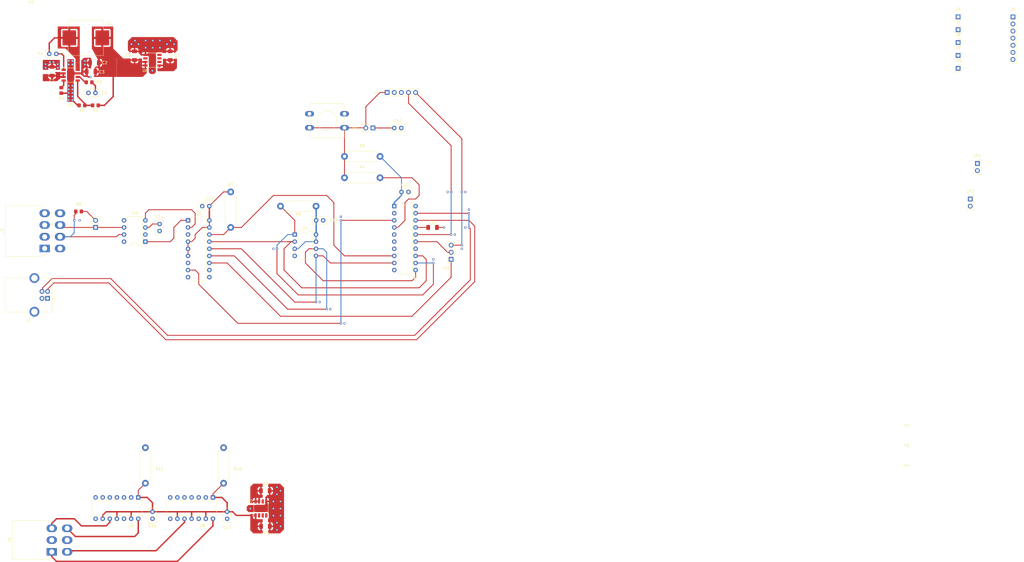
<source format=kicad_pcb>
(kicad_pcb (version 20241229) (generator "pcbnew") (generator_version "9.0")
  (layers (0 "F.Cu" signal) (4 "In1.Cu" signal) (6 "In2.Cu" signal) (2 "B.Cu" power) (13 "F.Paste" user) (15 "B.Paste" user) (5 "F.SilkS" user "F.Silkscreen") (7 "B.SilkS" user "B.Silkscreen") (1 "F.Mask" user) (3 "B.Mask" user) (25 "Edge.Cuts" user))
  (net 0 "")
  (net 1 "+12V")
  (net 2 "GND")
  (net 3 "+6.5V")
  (net 4 "Net-(U5-BST)")
  (net 5 "Net-(U5-SW)")
  (net 6 "Net-(C5-Pad2)")
  (net 7 "+5V")
  (net 8 "+5VA")
  (net 9 "Net-(U1-Vusb3v3)")
  (net 10 "Net-(JP1-A)")
  (net 12 "/USB_D+")
  (net 13 "VBUS")
  (net 15 "/USB_D-")
  (net 16 "/CAN_L")
  (net 17 "/Tach")
  (net 18 "/Speed")
  (net 19 "/CAN_H")
  (net 20 "/AN1")
  (net 21 "/AN4")
  (net 22 "/AN2")
  (net 23 "/AN3")
  (net 24 "/ICSP_~{MCLR}")
  (net 25 "/ICSP_CLK")
  (net 26 "/ICSP_DAT")
  (net 27 "/DAC1_~{CS}")
  (net 28 "/MISO")
  (net 29 "/ROM_~{CS}")
  (net 30 "/DAC2_~{CS}")
  (net 31 "/SCK")
  (net 32 "/MOSI")
  (net 33 "/CAN_~{CS}")
  (net 34 "/INT")
  (net 35 "Net-(JP5-B)")
  (net 36 "Net-(U5-FB)")
  (net 37 "Net-(U5-RT{slash}CLK)")
  (net 38 "/~{MCLR}")
  (net 39 "Net-(U5-COMP)")
  (net 41 "/CLK")
  (net 42 "/CAN_RX")
  (net 47 "/CAN_TX")
  (net 66 "/INT{slash}ICSP_CLK")
  (footprint "Connector_PinSocket_2.54mm:PinSocket_1x02_P2.54mm_Vertical" (layer "F.Cu") (at 55.88 134.62 180)
    (property "Reference" "JP5" (hide yes))
    (property "Value" "Term")
  )
  (footprint "Package_DIP:DIP-14_W7.62mm" (layer "F.Cu") (at 97.79 231.14 -90)
    (property "Reference" "U8")
    (property "Value" "MCP4912" (hide yes))
  )
  (footprint "Capacitor_THT:C_Disc_D5.0mm_W2.5mm_P2.50mm" (layer "F.Cu") (at 137.16 132.08 180)
    (property "Reference" "C15")
    (property "Value" "100n" (hide yes))
  )
  (footprint "Connector_PinSocket_2.54mm:PinSocket_1x02_P2.54mm_Vertical" (layer "F.Cu") (at 368.3 124.46)
    (property "Reference" "JP3")
    (property "Value" "USB_PWR")
  )
  (footprint "Capacitor_THT:C_Disc_D5.0mm_W2.5mm_P2.50mm" (layer "F.Cu") (at 93.98 127)
    (property "Reference" "C13")
    (property "Value" "100n" (hide yes))
  )
  (footprint "Connector_PinHeader_2.54mm:PinHeader_1x05_P2.54mm_Vertical" (layer "F.Cu") (at 160.02 86.36 90)
    (property "Reference" "J4")
    (property "Value" "ICSP")
  )
  (footprint "Capacitor_THT:C_Disc_D5.0mm_W2.5mm_P2.50mm" (layer "F.Cu") (at 76.2 236.26 -90)
    (property "Reference" "C16")
    (property "Value" "100n" (hide yes))
  )
  (footprint "Connector_PinSocket_2.54mm:PinSocket_1x03_P2.54mm_Vertical" (layer "F.Cu") (at 182.88 146.035 180)
    (property "Reference" "JP2")
    (property "Value" "Prog")
  )
  (footprint "Connector_PinSocket_2.54mm:PinSocket_1x07_P2.54mm_Vertical" (layer "F.Cu") (at 383.54 59.33)
    (property "Reference" "J5")
    (property "Value" "SPI debug")
  )
  (footprint "Resistor_SMD:R_0805_2012Metric_Pad1.20x1.40mm_HandSolder" (layer "F.Cu") (at 49.8 128.905 180)
    (property "Reference" "R8")
    (property "Value" "120" (hide yes))
  )
  (footprint "Resistor_SMD:R_0805_2012Metric_Pad1.20x1.40mm_HandSolder" (layer "F.Cu") (at 55.8165 90.9705)
    (property "Reference" "R1")
    (property "Value" "73k2" (hide yes))
  )
  (footprint "Connector_PinSocket_2.54mm:PinSocket_1x02_P2.54mm_Vertical" (layer "F.Cu") (at 154.94 99.06 -90)
    (property "Reference" "JP1")
    (property "Value" "~{Prog}")
  )
  (footprint "Capacitor_THT:C_Disc_D5.0mm_W2.5mm_P2.50mm" (layer "F.Cu") (at 39.3265 72.5555)
    (property "Reference" "C4")
    (property "Value" "100n" (hide yes))
  )
  (footprint "Capacitor_THT:C_Disc_D5.0mm_W2.5mm_P2.50mm" (layer "F.Cu") (at 162.56 99.06)
    (property "Reference" "C12")
    (property "Value" "100n" (hide yes))
  )
  (footprint "Capacitor_SMD:C_1206_3216Metric_Pad1.33x1.80mm_HandSolder" (layer "F.Cu") (at 176.2375 134.62)
    (property "Reference" "C11")
    (property "Value" "1u" (hide yes))
  )
  (footprint "Package_DIP:DIP-8_W7.62mm" (layer "F.Cu") (at 127 137.16)
    (property "Reference" "U4")
    (property "Value" "25LC160C" (hide yes))
  )
  (footprint "Resistor_THT:R_Axial_DIN0411_L9.9mm_D3.6mm_P12.70mm_Horizontal" (layer "F.Cu") (at 101.6 226.06 90)
    (property "Reference" "R10")
    (property "Value" "10k" (hide yes))
  )
  (footprint "Capacitor_SMD:C_1206_3216Metric_Pad1.33x1.80mm_HandSolder" (layer "F.Cu") (at 69.7865 73.1905 90)
    (property "Reference" "C6")
    (property "Value" "22u" (hide yes))
  )
  (footprint "Connector_PinSocket_2.54mm:PinSocket_1x01_P2.54mm_Vertical" (layer "F.Cu") (at 363.97 73.13)
    (property "Reference" "J9")
    (property "Value" "Conn_01x01_Socket")
  )
  (footprint "Capacitor_THT:C_Disc_D5.0mm_W2.5mm_P2.50mm" (layer "F.Cu") (at 53.3165 86.5255)
    (property "Reference" "C5")
    (property "Value" "100n" (hide yes))
  )
  (footprint "Resistor_SMD:R_0805_2012Metric_Pad1.20x1.40mm_HandSolder" (layer "F.Cu") (at 43.6245 85.6205 -90)
    (property "Reference" "R3")
    (property "Value" "50k" (hide yes))
  )
  (footprint "Button_Switch_THT:SW_PUSH-12mm" (layer "F.Cu") (at 132.28 93.98)
    (property "Reference" "SW1" (hide yes))
    (property "Value" "Reset")
  )
  (footprint "Resistor_SMD:R_0805_2012Metric_Pad1.20x1.40mm_HandSolder" (layer "F.Cu") (at 51.0065 90.9705)
    (property "Reference" "R2")
    (property "Value" "10k" (hide yes))
  )
  (footprint "Connector_PinSocket_2.54mm:PinSocket_1x01_P2.54mm_Vertical" (layer "F.Cu") (at 363.97 63.93)
    (property "Reference" "J7")
    (property "Value" "Conn_01x01_Socket")
  )
  (footprint "Connector_Molex:Molex_Mini-Fit_Jr_5569-06A2_2x03_P4.20mm_Horizontal" (layer "F.Cu") (at 40.22 250.58 90)
    (property "Reference" "J3")
    (property "Value" "Analog")
  )
  (footprint "Resistor_THT:R_Axial_DIN0411_L9.9mm_D3.6mm_P12.70mm_Horizontal" (layer "F.Cu") (at 73.66 226.06 90)
    (property "Reference" "R11")
    (property "Value" "10k" (hide yes))
  )
  (footprint "Connector_Molex:Molex_Mini-Fit_Jr_5569-08A2_2x04_P4.20mm_Horizontal" (layer "F.Cu") (at 37.68 142.14 90)
    (property "Reference" "J2")
    (property "Value" "Conn_02x04_Top_Bottom" (hide yes))
  )
  (footprint "Capacitor_THT:C_Disc_D5.0mm_W2.5mm_P2.50mm" (layer "F.Cu") (at 78.74 135.89 90)
    (property "Reference" "C14")
    (property "Value" "100n" (hide yes))
  )
  (footprint "Resistor_SMD:R_0805_2012Metric_Pad1.20x1.40mm_HandSolder" (layer "F.Cu") (at 53.5465 82.7155 180)
    (property "Reference" "R5")
    (property "Value" "12k" (hide yes))
  )
  (footprint "Package_DIP:DIP-14_W7.62mm" (layer "F.Cu") (at 71.12 231.14 -90)
    (property "Reference" "U9")
    (property "Value" "MCP4912" (hide yes))
  )
  (footprint "Connector_USB:USB_B_OST_USB-B1HSxx_Horizontal" (layer "F.Cu") (at 38.735 159.98 180)
    (property "Reference" "J1")
    (property "Value" "USB_B")
  )
  (footprint "Capacitor_SMD:C_1206_3216Metric_Pad1.33x1.80mm_HandSolder" (layer "F.Cu") (at 116.4975 228.75875)
    (property "Reference" "C8")
    (property "Value" "22u" (hide yes))
  )
  (footprint "MountingHole:MountingHole_3.2mm_M3_DIN965" (layer "F.Cu") (at 345.44 209.22)
    (property "Reference" "H2")
    (property "Value" "MountingHole")
  )
  (footprint "MountingHole:MountingHole_3.2mm_M3_DIN965" (layer "F.Cu") (at 345.44 216.37)
    (property "Reference" "H3")
    (property "Value" "MountingHole")
  )
  (footprint "Package_SO:Diodes_SO-8EP" (layer "F.Cu") (at 114.935 235.06625 90)
    (property "Reference" "U7")
    (property "Value" "AP7375Q" (hide yes))
  )
  (footprint "Connector_PinSocket_2.54mm:PinSocket_1x01_P2.54mm_Vertical" (layer "F.Cu") (at 363.97 77.73)
    (property "Reference" "J10")
    (property "Value" "Conn_01x01_Socket")
  )
  (footprint "MountingHole:MountingHole_3.2mm_M3_DIN965" (layer "F.Cu") (at 345.44 223.52)
    (property "Reference" "H4")
    (property "Value" "MountingHole")
  )
  (footprint "Connector_PinSocket_2.54mm:PinSocket_1x02_P2.54mm_Vertical" (layer "F.Cu") (at 370.84 111.76)
    (property "Reference" "JP4")
    (property "Value" "USB_PWR")
  )
  (footprint "Capacitor_SMD:C_1206_3216Metric_Pad1.33x1.80mm_HandSolder" (layer "F.Cu") (at 40.3225 78.7785 90)
    (property "Reference" "C1")
    (property "Value" "22u" (hide yes))
  )
  (footprint "Connector_PinSocket_2.54mm:PinSocket_1x01_P2.54mm_Vertical" (layer "F.Cu") (at 363.97 59.33)
    (property "Reference" "J6")
    (property "Value" "Conn_01x01_Socket")
  )
  (footprint "Package_DIP:DIP-20_W7.62mm" (layer "F.Cu") (at 162.56 127)
    (property "Reference" "U1")
    (property "Value" "PIC16F1459-IP" (hide yes))
  )
  (footprint "Package_SO:Diodes_SO-8EP" (layer "F.Cu") (at 46.969 80.1755)
    (property "Reference" "U5")
    (property "Value" "AP64100Q" (hide yes))
  )
  (footprint "Resistor_THT:R_Axial_DIN0411_L9.9mm_D3.6mm_P12.70mm_Horizontal" (layer "F.Cu") (at 134.62 127 180)
    (property "Reference" "R9")
    (property "Value" "10k")
  )
  (footprint "Inductor_SMD:L_Wuerth_WE-PD-Typ-LS_Handsoldering" (layer "F.Cu") (at 52.3875 66.8405)
    (property "Reference" "L1")
    (property "Value" "15u" (hide yes))
  )
  (footprint "Package_DIP:DIP-18_W7.62mm" (layer "F.Cu") (at 88.9 132.08)
    (property "Reference" "U2")
    (property "Value" "MCP2515-I/P" (hide yes))
  )
  (footprint "Capacitor_SMD:C_1206_3216Metric_Pad1.33x1.80mm_HandSolder" (layer "F.Cu") (at 54.254 78.9055)
    (property "Reference" "C3")
    (property "Value" "22u" (hide yes))
  )
  (footprint "Resistor_THT:R_Axial_DIN0411_L9.9mm_D3.6mm_P12.70mm_Horizontal" (layer "F.Cu") (at 104.14 121.92 -90)
    (property "Reference" "R7")
    (property "Value" "10k" (hide yes))
  )
  (footprint "Capacitor_THT:C_Disc_D5.0mm_W2.5mm_P2.50mm" (layer "F.Cu") (at 165.14 121.92)
    (property "Reference" "C10")
    (property "Value" "100n" (hide yes))
  )
  (footprint "Capacitor_SMD:C_1206_3216Metric_Pad1.33x1.80mm_HandSolder" (layer "F.Cu") (at 55.474 75.7305)
    (property "Reference" "C2")
    (property "Value" "22u" (hide yes))
  )
  (footprint "Connector_PinSocket_2.54mm:PinSocket_1x01_P2.54mm_Vertical" (layer "F.Cu") (at 363.97 68.53)
    (property "Reference" "J8")
    (property "Value" "Conn_01x01_Socket")
  )
  (footprint "Resistor_THT:R_Axial_DIN0411_L9.9mm_D3.6mm_P12.70mm_Horizontal" (layer "F.Cu") (at 157.48 109.22 180)
    (property "Reference" "R6")
    (property "Value" "10k" (hide yes))
  )
  (footprint "Capacitor_SMD:C_1206_3216Metric_Pad1.33x1.80mm_HandSolder" (layer "F.Cu") (at 116.5475 241.45875)
    (property "Reference" "C9")
    (property "Value" "22u" (hide yes))
  )
  (footprint "MountingHole:MountingHole_3.2mm_M3_DIN965" (layer "F.Cu") (at 32.9565 57.9505)
    (property "Reference" "H1")
    (property "Value" "MountingHole")
  )
  (footprint "Package_DIP:DIP-8_W7.62mm" (layer "F.Cu") (at 73.66 139.7 180)
    (property "Reference" "U3")
    (property "Value" "MCP2561-E-P" (hide yes))
  )
  (footprint "Capacitor_THT:C_Disc_D5.0mm_W2.5mm_P2.50mm" (layer "F.Cu") (at 102.87 236.26 -90)
    (property "Reference" "C17")
    (property "Value" "100n" (hide yes))
  )
  (footprint "Capacitor_SMD:C_1206_3216Metric_Pad1.33x1.80mm_HandSolder" (layer "F.Cu") (at 82.4865 73.1905 90)
    (property "Reference" "C7")
    (property "Value" "22u" (hide yes))
  )
  (footprint "Package_SO:Diodes_SO-8EP" (layer "F.Cu") (at 76.179 74.803 180)
    (property "Reference" "U6")
    (property "Value" "AP7375Q" (hide yes))
  )
  (footprint "Resistor_THT:R_Axial_DIN0411_L9.9mm_D3.6mm_P12.70mm_Horizontal" (layer "F.Cu") (at 144.78 116.84)
    (property "Reference" "R4")
    (property "Value" "220" (hide yes))
  )
  (segment (start 49.4665 90.9705) (end 47.5615 89.0655) (width 0.508) (layer "F.Cu") (net 2))
  (segment (start 54.0385 80.8105) (end 53.2765 80.8105) (width 0.508) (layer "F.Cu") (net 2))
  (segment (start 46.1965 86.6205) (end 46.2915 86.5255) (width 0.508) (layer "F.Cu") (net 2))
  (segment (start 53.2765 80.8105) (end 52.6915 80.2255) (width 0.508) (layer "F.Cu") (net 2))
  (segment (start 52.6915 80.2255) (end 52.6915 78.9055) (width 0.508) (layer "F.Cu") (net 2))
  (segment (start 177.8 134.62) (end 180.34 134.62) (width 0.3048) (layer "F.Cu") (net 2))
  (segment (start 50.0065 90.9705) (end 49.4665 90.9705) (width 0.508) (layer "F.Cu") (net 2))
  (segment (start 43.6245 86.6205) (end 46.1965 86.6205) (width 0.508) (layer "F.Cu") (net 2))
  (via (at 121.92 232.56875) (size 0.8128) (drill 0.4) (layers "F.Cu" "B.Cu") (net 2))
  (via (at 119.38 142.24) (size 0.8128) (drill 0.4) (layers "F.Cu" "B.Cu") (net 2))
  (via (at 180.34 134.62) (size 0.8128) (drill 0.4) (layers "F.Cu" "B.Cu") (net 2))
  (via (at 39.5605 75.4765) (size 0.8128) (drill 0.4) (layers "F.Cu" "B.Cu") (net 2))
  (via (at 47.5615 89.0655) (size 0.8128) (drill 0.4) (layers "F.Cu" "B.Cu") (net 2))
  (via (at 76.29525 70.358) (size 0.8128) (drill 0.4) (layers "F.Cu" "B.Cu") (net 2))
  (via (at 46.2915 89.0655) (size 0.8128) (drill 0.4) (layers "F.Cu" "B.Cu") (net 2))
  (via (at 120.65 227.48875) (size 0.8128) (drill 0.4) (layers "F.Cu" "B.Cu") (net 2))
  (via (at 46.2915 76.3655) (size 0.8128) (drill 0.4) (layers "F.Cu" "B.Cu") (net 2))
  (via (at 68.67525 69.088) (size 0.8128) (drill 0.4) (layers "F.Cu" "B.Cu") (net 2))
  (via (at 119.38 232.56875) (size 0.8128) (drill 0.4) (layers "F.Cu" "B.Cu") (net 2))
  (via (at 78.83525 67.818) (size 0.8128) (drill 0.4) (layers "F.Cu" "B.Cu") (net 2))
  (via (at 46.2915 85.2555) (size 0.8128) (drill 0.4) (layers "F.Cu" "B.Cu") (net 2))
  (via (at 78.83525 70.358) (size 0.8128) (drill 0.4) (layers "F.Cu" "B.Cu") (net 2))
  (via (at 120.65 242.72875) (size 0.8128) (drill 0.4) (layers "F.Cu" "B.Cu") (net 2))
  (via (at 52.0065 75.0955) (size 0.8128) (drill 0.4) (layers "F.Cu" "B.Cu") (net 2))
  (via (at 186.69 142.24) (size 0.8128) (drill 0.4) (layers "F.Cu" "B.Cu") (net 2))
  (via (at 83.91525 69.088) (size 0.8128) (drill 0.4) (layers "F.Cu" "B.Cu") (net 2))
  (via (at 47.5615 76.3655) (size 0.8128) (drill 0.4) (layers "F.Cu" "B.Cu") (net 2))
  (via (at 121.92 241.45875) (size 0.8128) (drill 0.4) (layers "F.Cu" "B.Cu") (net 2))
  (via (at 73.75525 70.358) (size 0.8128) (drill 0.4) (layers "F.Cu" "B.Cu") (net 2))
  (via (at 47.5615 87.7955) (size 0.8128) (drill 0.4) (layers "F.Cu" "B.Cu") (net 2))
  (via (at 120.65 240.18875) (size 0.8128) (drill 0.4) (layers "F.Cu" "B.Cu") (net 2))
  (via (at 144.78 168.91) (size 0.8128) (drill 0.4) (layers "F.Cu" "B.Cu") (net 2))
  (via (at 143.51 130.81) (size 0.8128) (drill 0.4) (layers "F.Cu" "B.Cu") (net 2))
  (via (at 38.0365 77.5085) (size 0.8128) (drill 0.4) (layers "F.Cu" "B.Cu") (net 2))
  (via (at 71.21525 69.088) (size 0.8128) (drill 0.4) (layers "F.Cu" "B.Cu") (net 2))
  (via (at 120.65 230.02875) (size 0.8128) (drill 0.4) (layers "F.Cu" "B.Cu") (net 2))
  (via (at 181.61 121.92) (size 0.8128) (drill 0.4) (layers "F.Cu" "B.Cu") (net 2))
  (via (at 47.5615 86.5255) (size 0.8128) (drill 0.4) (layers "F.Cu" "B.Cu") (net 2))
  (via (at 189.23 128.27) (size 0.8128) (drill 0.4) (layers "F.Cu" "B.Cu") (net 2))
  (via (at 50.165 132.08) (size 0.8128) (drill 0.4) (layers "F.Cu" "B.Cu") (net 2))
  (via (at 187.96 121.92) (size 0.8128) (drill 0.4) (layers "F.Cu" "B.Cu") (net 2))
  (via (at 54.0385 80.8105) (size 0.8128) (drill 0.4) (layers "F.Cu" "B.Cu") (net 2))
  (via (at 38.0365 76.2385) (size 0.8128) (drill 0.4) (layers "F.Cu" "B.Cu") (net 2))
  (via (at 119.38 237.64875) (size 0.8128) (drill 0.4) (layers "F.Cu" "B.Cu") (net 2))
  (via (at 47.5615 85.2555) (size 0.8128) (drill 0.4) (layers "F.Cu" "B.Cu") (net 2))
  (via (at 184.15 137.16) (size 0.8128) (drill 0.4) (layers "F.Cu" "B.Cu") (net 2))
  (via (at 119.38 235.10875) (size 0.8128) (drill 0.4) (layers "F.Cu" "B.Cu") (net 2))
  (via (at 76.29525 67.818) (size 0.8128) (drill 0.4) (layers "F.Cu" "B.Cu") (net 2))
  (via (at 121.92 228.75875) (size 0.8128) (drill 0.4) (layers "F.Cu" "B.Cu") (net 2))
  (via (at 52.0065 76.3655) (size 0.8128) (drill 0.4) (layers "F.Cu" "B.Cu") (net 2))
  (via (at 42.3545 76.2385) (size 0.8128) (drill 0.4) (layers "F.Cu" "B.Cu") (net 2))
  (via (at 46.2915 87.7955) (size 0.8128) (drill 0.4) (layers "F.Cu" "B.Cu") (net 2))
  (via (at 42.3545 77.5085) (size 0.8128) (drill 0.4) (layers "F.Cu" "B.Cu") (net 2))
  (via (at 135.89 161.29) (size 0.8128) (drill 0.4) (layers "F.Cu" "B.Cu") (net 2))
  (via (at 121.92 235.10875) (size 0.8128) (drill 0.4) (layers "F.Cu" "B.Cu") (net 2))
  (via (at 46.2915 86.5255) (size 0.8128) (drill 0.4) (layers "F.Cu" "B.Cu") (net 2))
  (via (at 139.7 163.83) (size 0.8128) (drill 0.4) (layers "F.Cu" "B.Cu") (net 2))
  (via (at 82.64525 67.818) (size 0.8128) (drill 0.4) (layers "F.Cu" "B.Cu") (net 2))
  (via (at 69.94525 67.818) (size 0.8128) (drill 0.4) (layers "F.Cu" "B.Cu") (net 2))
  (via (at 40.8305 75.4765) (size 0.8128) (drill 0.4) (layers "F.Cu" "B.Cu") (net 2))
  (via (at 76.1365 78.613) (size 0.8128) (drill 0.4) (layers "F.Cu" "B.Cu") (net 2))
  (via (at 187.96 134.62) (size 0.8128) (drill 0.4) (layers "F.Cu" "B.Cu") (net 2))
  (via (at 46.2915 83.9855) (size 0.8128) (drill 0.4) (layers "F.Cu" "B.Cu") (net 2))
  (via (at 46.2915 75.0955) (size 0.8128) (drill 0.4) (layers "F.Cu" "B.Cu") (net 2))
  (via (at 121.92 237.64875) (size 0.8128) (drill 0.4) (layers "F.Cu" "B.Cu") (net 2))
  (via (at 47.5615 83.9855) (size 0.8128) (drill 0.4) (layers "F.Cu" "B.Cu") (net 2))
  (via (at 81.37525 69.088) (size 0.8128) (drill 0.4) (layers "F.Cu" "B.Cu") (net 2))
  (via (at 73.75525 67.818) (size 0.8128) (drill 0.4) (layers "F.Cu" "B.Cu") (net 2))
  (via (at 176.53 146.05) (size 0.8128) (drill 0.4) (layers "F.Cu" "B.Cu") (net 2))
  (via (at 111.125 235.10875) (size 0.8128) (drill 0.4) (layers "F.Cu" "B.Cu") (net 2))
  (via (at 47.5615 75.0955) (size 0.8128) (drill 0.4) (layers "F.Cu" "B.Cu") (net 2))
  (segment (start 60.8965 78.9055) (end 55.8165 78.9055) (width 0.508) (layer "F.Cu") (net 3))
  (segment (start 62.1665 87.7955) (end 62.1665 80.1755) (width 0.508) (layer "F.Cu") (net 3))
  (segment (start 62.1665 80.1755) (end 60.8965 78.9055) (width 0.508) (layer "F.Cu") (net 3))
  (segment (start 56.8165 90.9705) (end 58.9915 90.9705) (width 0.508) (layer "F.Cu") (net 3))
  (segment (start 58.9915 90.9705) (end 62.1665 87.7955) (width 0.508) (layer "F.Cu") (net 3))
  (segment (start 44.4715 78.2705) (end 44.4715 73.2755) (width 0.508) (layer "F.Cu") (net 4))
  (segment (start 44.4715 73.2755) (end 43.7515 72.5555) (width 0.508) (layer "F.Cu") (net 4))
  (segment (start 43.7515 72.5555) (end 41.8265 72.5555) (width 0.508) (layer "F.Cu") (net 4))
  (segment (start 39.3265 72.5555) (end 39.3265 68.7255) (width 0.508) (layer "F.Cu") (net 5))
  (segment (start 41.2115 66.8405) (end 46.4875 66.8405) (width 0.508) (layer "F.Cu") (net 5))
  (segment (start 39.3265 68.7255) (end 41.2115 66.8405) (width 0.508) (layer "F.Cu") (net 5))
  (segment (start 55.8165 83.9855) (end 54.5465 82.7155) (width 0.508) (layer "F.Cu") (net 6))
  (segment (start 55.8165 86.5255) (end 55.8165 83.9855) (width 0.508) (layer "F.Cu") (net 6))
  (segment (start 74.93 134.62) (end 76.16 133.39) (width 0.3048) (layer "F.Cu") (net 7))
  (segment (start 91.44 138.43) (end 91.44 137.16) (width 0.3048) (layer "F.Cu") (net 7))
  (segment (start 101.56 121.92) (end 96.48 127) (width 0.3048) (layer "F.Cu") (net 7))
  (segment (start 96.52 127.04) (end 96.48 127) (width 0.508) (layer "F.Cu") (net 7))
  (segment (start 73.66 134.62) (end 74.93 134.62) (width 0.3048) (layer "F.Cu") (net 7))
  (segment (start 91.44 137.16) (end 93.98 134.62) (width 0.3048) (layer "F.Cu") (net 7))
  (segment (start 96.52 134.62) (end 96.52 132.08) (width 0.3048) (layer "F.Cu") (net 7))
  (segment (start 90.17 139.7) (end 91.44 138.43) (width 0.3048) (layer "F.Cu") (net 7))
  (segment (start 104.14 121.92) (end 101.56 121.92) (width 0.3048) (layer "F.Cu") (net 7))
  (segment (start 88.9 139.7) (end 90.17 139.7) (width 0.3048) (layer "F.Cu") (net 7))
  (segment (start 88.9 144.78) (end 88.9 139.7) (width 0.3048) (layer "F.Cu") (net 7))
  (segment (start 96.52 132.08) (end 96.52 127.04) (width 0.508) (layer "F.Cu") (net 7))
  (segment (start 93.98 134.62) (end 96.52 134.62) (width 0.3048) (layer "F.Cu") (net 7))
  (segment (start 76.16 133.39) (end 78.74 133.39) (width 0.3048) (layer "F.Cu") (net 7))
  (segment (start 130.81 139.7) (end 128.27 142.24) (width 0.3048) (layer "B.Cu") (net 7))
  (segment (start 134.62 127) (end 134.62 128.27) (width 0.508) (layer "B.Cu") (net 7))
  (segment (start 165.14 116.88) (end 165.14 121.92) (width 0.3048) (layer "B.Cu") (net 7))
  (segment (start 134.62 128.27) (end 134.66 128.31) (width 0.508) (layer "B.Cu") (net 7))
  (segment (start 134.66 137.12) (end 134.62 137.16) (width 0.508) (layer "B.Cu") (net 7))
  (segment (start 134.66 128.31) (end 134.66 132.08) (width 0.508) (layer "B.Cu") (net 7))
  (segment (start 134.66 132.08) (end 134.66 137.12) (width 0.508) (layer "B.Cu") (net 7))
  (segment (start 165.14 123.15) (end 165.14 121.92) (width 0.508) (layer "B.Cu") (net 7))
  (segment (start 134.62 139.7) (end 134.62 137.16) (width 0.3048) (layer "B.Cu") (net 7))
  (segment (start 162.56 125.73) (end 165.14 123.15) (width 0.508) (layer "B.Cu") (net 7))
  (segment (start 162.56 127) (end 162.56 125.73) (width 0.508) (layer "B.Cu") (net 7))
  (segment (start 128.27 142.24) (end 127 142.24) (width 0.3048) (layer "B.Cu") (net 7))
  (segment (start 134.62 139.7) (end 130.81 139.7) (width 0.3048) (layer "B.Cu") (net 7))
  (segment (start 157.48 109.22) (end 165.14 116.88) (width 0.3048) (layer "B.Cu") (net 7))
  (segment (start 90.17 238.76) (end 90.17 236.26) (width 0.508) (layer "F.Cu") (net 8))
  (segment (start 95.25 238.76) (end 95.25 236.26) (width 0.508) (layer "F.Cu") (net 8))
  (segment (start 85.09 236.26) (end 76.2 236.26) (width 0.508) (layer "F.Cu") (net 8))
  (segment (start 113.03 237.56375) (end 106.11875 237.56375) (width 0.508) (layer "F.Cu") (net 8))
  (segment (start 100.965 231.14) (end 102.87 233.045) (width 0.508) (layer "F.Cu") (net 8))
  (segment (start 68.58 238.76) (end 68.58 236.26) (width 0.508) (layer "F.Cu") (net 8))
  (segment (start 102.87 236.26) (end 95.25 236.26) (width 0.508) (layer "F.Cu") (net 8))
  (segment (start 102.87 233.045) (end 102.87 236.26) (width 0.508) (layer "F.Cu") (net 8))
  (segment (start 71.12 231.14) (end 74.295 231.14) (width 0.508) (layer "F.Cu") (net 8))
  (segment (start 97.79 231.14) (end 100.965 231.14) (width 0.508) (layer "F.Cu") (net 8))
  (segment (start 90.17 236.26) (end 85.09 236.26) (width 0.508) (layer "F.Cu") (net 8))
  (segment (start 74.295 231.14) (end 76.2 233.045) (width 0.508) (layer "F.Cu") (net 8))
  (segment (start 58.42 237.49) (end 58.42 238.76) (width 0.508) (layer "F.Cu") (net 8))
  (segment (start 63.5 236.26) (end 59.65 236.26) (width 0.508) (layer "F.Cu") (net 8))
  (segment (start 95.25 236.26) (end 90.17 236.26) (width 0.508) (layer "F.Cu") (net 8))
  (segment (start 71.12 228.6) (end 71.12 231.14) (width 0.3048) (layer "F.Cu") (net 8))
  (segment (start 76.2 236.26) (end 68.58 236.26) (width 0.508) (layer "F.Cu") (net 8))
  (segment (start 73.66 226.06) (end 71.12 228.6) (width 0.3048) (layer "F.Cu") (net 8))
  (segment (start 68.58 236.26) (end 63.5 236.26) (width 0.508) (layer "F.Cu") (net 8))
  (segment (start 106.11875 237.56375) (end 104.815 236.26) (width 0.508) (layer "F.Cu") (net 8))
  (segment (start 85.09 238.76) (end 85.09 236.26) (width 0.508) (layer "F.Cu") (net 8))
  (segment (start 104.815 236.26) (end 102.87 236.26) (width 0.508) (layer "F.Cu") (net 8))
  (segment (start 59.65 236.26) (end 58.42 237.49) (width 0.508) (layer "F.Cu") (net 8))
  (segment (start 63.5 238.76) (end 63.5 236.26) (width 0.508) (layer "F.Cu") (net 8))
  (segment (start 97.79 229.87) (end 97.79 231.14) (width 0.3048) (layer "F.Cu") (net 8))
  (segment (start 76.2 233.045) (end 76.2 236.26) (width 0.508) (layer "F.Cu") (net 8))
  (segment (start 101.6 226.06) (end 97.79 229.87) (width 0.3048) (layer "F.Cu") (net 8))
  (segment (start 170.18 134.62) (end 174.675 134.62) (width 0.3048) (layer "F.Cu") (net 9))
  (segment (start 154.94 99.06) (end 162.56 99.06) (width 0.3048) (layer "F.Cu") (net 10))
  (segment (start 81.606152 173.2026) (end 169.853848 173.2026) (width 0.3048) (layer "F.Cu") (net 12))
  (segment (start 189.7126 135.1026) (end 189.23 134.62) (width 0.3048) (layer "F.Cu") (net 12))
  (segment (start 36.735 157.48) (end 36.9476 157.2674) (width 0.3048) (layer "F.Cu") (net 12))
  (segment (start 36.9476 156.248848) (end 40.313848 152.8826) (width 0.3048) (layer "F.Cu") (net 12))
  (segment (start 189.7126 153.343848) (end 189.7126 135.1026) (width 0.3048) (layer "F.Cu") (net 12))
  (segment (start 61.286152 152.8826) (end 81.606152 173.2026) (width 0.3048) (layer "F.Cu") (net 12))
  (segment (start 169.853848 173.2026) (end 189.7126 153.343848) (width 0.3048) (layer "F.Cu") (net 12))
  (segment (start 36.9476 157.2674) (end 36.9476 156.248848) (width 0.3048) (layer "F.Cu") (net 12))
  (segment (start 40.313848 152.8826) (end 61.286152 152.8826) (width 0.3048) (layer "F.Cu") (net 12))
  (segment (start 170.18 129.54) (end 189.23 129.54) (width 0.3048) (layer "F.Cu") (net 12))
  (via (at 189.23 129.54) (size 0.8128) (drill 0.4) (layers "F.Cu" "B.Cu") (net 12))
  (via (at 189.23 134.62) (size 0.8128) (drill 0.4) (layers "F.Cu" "B.Cu") (net 12))
  (segment (start 189.23 129.54) (end 189.23 134.62) (width 0.3048) (layer "B.Cu") (net 12))
  (segment (start 38.5224 156.901152) (end 38.5224 157.2674) (width 0.3048) (layer "F.Cu") (net 15))
  (segment (start 191.2874 134.1374) (end 191.2874 153.996152) (width 0.3048) (layer "F.Cu") (net 15))
  (segment (start 170.506152 174.7774) (end 80.953848 174.7774) (width 0.3048) (layer "F.Cu") (net 15))
  (segment (start 38.5224 157.2674) (end 38.735 157.48) (width 0.3048) (layer "F.Cu") (net 15))
  (segment (start 80.953848 174.7774) (end 60.633848 154.4574) (width 0.3048) (layer "F.Cu") (net 15))
  (segment (start 170.18 132.08) (end 189.23 132.08) (width 0.3048) (layer "F.Cu") (net 15))
  (segment (start 191.2874 153.996152) (end 170.506152 174.7774) (width 0.3048) (layer "F.Cu") (net 15))
  (segment (start 60.633848 154.4574) (end 40.966152 154.4574) (width 0.3048) (layer "F.Cu") (net 15))
  (segment (start 40.966152 154.4574) (end 38.5224 156.901152) (width 0.3048) (layer "F.Cu") (net 15))
  (segment (start 189.23 132.08) (end 191.2874 134.1374) (width 0.3048) (layer "F.Cu") (net 15))
  (segment (start 44.06 134.62) (end 43.18 133.74) (width 0.3048) (layer "F.Cu") (net 16))
  (segment (start 66.04 134.62) (end 44.06 134.62) (width 0.3048) (layer "F.Cu") (net 16))
  (segment (start 48.8 129.635) (end 48.26 130.175) (width 0.3048) (layer "F.Cu") (net 19))
  (segment (start 66.04 137.16) (end 64.135 137.16) (width 0.3048) (layer "F.Cu") (net 19))
  (segment (start 48.8 128.905) (end 48.8 129.635) (width 0.3048) (layer "F.Cu") (net 19))
  (segment (start 48.26 130.175) (end 48.26 132.08) (width 0.3048) (layer "F.Cu") (net 19))
  (segment (start 64.135 137.16) (end 63.355 137.94) (width 0.3048) (layer "F.Cu") (net 19))
  (segment (start 63.355 137.94) (end 43.18 137.94) (width 0.3048) (layer "F.Cu") (net 19))
  (via (at 48.26 132.08) (size 0.8128) (drill 0.4) (layers "F.Cu" "B.Cu") (net 19))
  (segment (start 48.26 132.08) (end 48.26 136.525) (width 0.3048) (layer "B.Cu") (net 19))
  (segment (start 46.845 137.94) (end 43.18 137.94) (width 0.3048) (layer "B.Cu") (net 19))
  (segment (start 48.26 136.525) (end 46.845 137.94) (width 0.3048) (layer "B.Cu") (net 19))
  (segment (start 97.79 238.76) (end 97.79 241.3) (width 0.508) (layer "F.Cu") (net 20))
  (segment (start 85.09 254) (end 41.91 254) (width 0.508) (layer "F.Cu") (net 20))
  (segment (start 40.22 252.31) (end 40.22 250.58) (width 0.508) (layer "F.Cu") (net 20))
  (segment (start 41.91 254) (end 40.22 252.31) (width 0.508) (layer "F.Cu") (net 20))
  (segment (start 97.79 241.3) (end 85.09 254) (width 0.508) (layer "F.Cu") (net 20))
  (segment (start 48.26 238.76) (end 41.91 238.76) (width 0.508) (layer "F.Cu") (net 21))
  (segment (start 50.8 241.3) (end 48.26 238.76) (width 0.508) (layer "F.Cu") (net 21))
  (segment (start 41.91 238.76) (end 40.22 240.45) (width 0.508) (layer "F.Cu") (net 21))
  (segment (start 60.96 240.03) (end 59.69 241.3) (width 0.508) (layer "F.Cu") (net 21))
  (segment (start 40.22 240.45) (end 40.22 242.18) (width 0.508) (layer "F.Cu") (net 21))
  (segment (start 59.69 241.3) (end 50.8 241.3) (width 0.508) (layer "F.Cu") (net 21))
  (segment (start 60.96 238.76) (end 60.96 240.03) (width 0.508) (layer "F.Cu") (net 21))
  (segment (start 87.63 238.76) (end 87.63 240.03) (width 0.508) (layer "F.Cu") (net 22))
  (segment (start 46.11 250.19) (end 45.72 250.58) (width 0.508) (layer "F.Cu") (net 22))
  (segment (start 87.63 240.03) (end 77.47 250.19) (width 0.508) (layer "F.Cu") (net 22))
  (segment (start 77.47 250.19) (end 46.11 250.19) (width 0.508) (layer "F.Cu") (net 22))
  (segment (start 69.85 245.11) (end 48.65 245.11) (width 0.508) (layer "F.Cu") (net 23))
  (segment (start 71.12 238.76) (end 71.12 243.84) (width 0.508) (layer "F.Cu") (net 23))
  (segment (start 48.65 245.11) (end 45.72 242.18) (width 0.508) (layer "F.Cu") (net 23))
  (segment (start 71.12 243.84) (end 69.85 245.11) (width 0.508) (layer "F.Cu") (net 23))
  (segment (start 132.28 98.98) (end 152.32 98.98) (width 0.3048) (layer "F.Cu") (net 24))
  (segment (start 157.48 86.36) (end 160.02 86.36) (width 0.3048) (layer "F.Cu") (net 24))
  (segment (start 152.4 99.06) (end 152.4 91.44) (width 0.3048) (layer "F.Cu") (net 24))
  (segment (start 152.4 91.44) (end 157.48 86.36) (width 0.3048) (layer "F.Cu") (net 24))
  (segment (start 152.32 98.98) (end 152.4 99.06) (width 0.3048) (layer "F.Cu") (net 24))
  (segment (start 144.78 116.84) (end 144.78 98.98) (width 0.3048) (layer "F.Cu") (net 24))
  (segment (start 186.69 102.87) (end 170.18 86.36) (width 0.3048) (layer "F.Cu") (net 25))
  (segment (start 182.88 140.955) (end 186.675 140.955) (width 0.3048) (layer "F.Cu") (net 25))
  (segment (start 186.675 140.955) (end 186.69 140.97) (width 0.3048) (layer "F.Cu") (net 25))
  (segment (start 186.69 121.92) (end 186.69 102.87) (width 0.3048) (layer "F.Cu") (net 25))
  (via (at 186.69 121.92) (size 0.8128) (drill 0.4) (layers "F.Cu" "B.Cu") (net 25))
  (via (at 186.69 140.97) (size 0.8128) (drill 0.4) (layers "F.Cu" "B.Cu") (net 25))
  (segment (start 186.69 140.97) (end 186.69 121.92) (width 0.3048) (layer "B.Cu") (net 25))
  (segment (start 182.88 121.92) (end 182.88 105.41) (width 0.3048) (layer "F.Cu") (net 26))
  (segment (start 170.18 137.16) (end 182.88 137.16) (width 0.3048) (layer "F.Cu") (net 26))
  (segment (start 167.64 90.17) (end 167.64 86.36) (width 0.3048) (layer "F.Cu") (net 26))
  (segment (start 182.88 105.41) (end 167.64 90.17) (width 0.3048) (layer "F.Cu") (net 26))
  (via (at 182.88 137.16) (size 0.8128) (drill 0.4) (layers "F.Cu" "B.Cu") (net 26))
  (via (at 182.88 121.92) (size 0.8128) (drill 0.4) (layers "F.Cu" "B.Cu") (net 26))
  (segment (start 182.88 137.16) (end 182.88 121.92) (width 0.3048) (layer "B.Cu") (net 26))
  (segment (start 171.45 156.21) (end 129.54 156.21) (width 0.3048) (layer "F.Cu") (net 28))
  (segment (start 127 139.7) (end 96.52 139.7) (width 0.3048) (layer "F.Cu") (net 28))
  (segment (start 124.46 139.7) (end 127 139.7) (width 0.3048) (layer "F.Cu") (net 28))
  (segment (start 173.99 146.05) (end 173.99 153.67) (width 0.3048) (layer "F.Cu") (net 28))
  (segment (start 123.19 149.86) (end 123.19 142.24) (width 0.3048) (layer "F.Cu") (net 28))
  (segment (start 173.99 153.67) (end 171.45 156.21) (width 0.3048) (layer "F.Cu") (net 28))
  (segment (start 129.54 156.21) (end 123.19 149.86) (width 0.3048) (layer "F.Cu") (net 28))
  (segment (start 170.18 144.78) (end 172.72 144.78) (width 0.3048) (layer "F.Cu") (net 28))
  (segment (start 172.72 144.78) (end 173.99 146.05) (width 0.3048) (layer "F.Cu") (net 28))
  (segment (start 123.19 142.24) (end 125.73 139.7) (width 0.3048) (layer "F.Cu") (net 28))
  (segment (start 125.73 139.7) (end 127 139.7) (width 0.3048) (layer "F.Cu") (net 28))
  (segment (start 120.65 151.13) (end 120.65 142.24) (width 0.3048) (layer "F.Cu") (net 29))
  (segment (start 176.53 147.32) (end 176.53 154.94) (width 0.3048) (layer "F.Cu") (net 29))
  (segment (start 128.27 158.75) (end 120.65 151.13) (width 0.3048) (layer "F.Cu") (net 29))
  (segment (start 127 137.16) (end 127 132.08) (width 0.3048) (layer "F.Cu") (net 29))
  (segment (start 176.53 154.94) (end 172.72 158.75) (width 0.3048) (layer "F.Cu") (net 29))
  (segment (start 172.72 158.75) (end 128.27 158.75) (width 0.3048) (layer "F.Cu") (net 29))
  (segment (start 127 132.08) (end 121.92 127) (width 0.3048) (layer "F.Cu") (net 29))
  (via (at 120.65 142.24) (size 0.8128) (drill 0.4) (layers "F.Cu" "B.Cu") (net 29))
  (via (at 176.53 147.32) (size 0.8128) (drill 0.4) (layers "F.Cu" "B.Cu") (net 29))
  (segment (start 170.18 147.32) (end 176.53 147.32) (width 0.3048) (layer "B.Cu") (net 29))
  (segment (start 120.65 140.97) (end 124.46 137.16) (width 0.3048) (layer "B.Cu") (net 29))
  (segment (start 120.65 142.24) (end 120.65 140.97) (width 0.3048) (layer "B.Cu") (net 29))
  (segment (start 124.46 137.16) (end 127 137.16) (width 0.3048) (layer "B.Cu") (net 29))
  (segment (start 170.18 149.86) (end 170.18 152.4) (width 0.3048) (layer "F.Cu") (net 31))
  (segment (start 138.43 163.83) (end 124.46 163.83) (width 0.3048) (layer "F.Cu") (net 31))
  (segment (start 168.91 153.67) (end 137.16 153.67) (width 0.3048) (layer "F.Cu") (net 31))
  (segment (start 124.46 163.83) (end 105.41 144.78) (width 0.3048) (layer "F.Cu") (net 31))
  (segment (start 137.16 153.67) (end 130.81 147.32) (width 0.3048) (layer "F.Cu") (net 31))
  (segment (start 105.41 144.78) (end 96.52 144.78) (width 0.3048) (layer "F.Cu") (net 31))
  (segment (start 132.08 142.24) (end 134.62 142.24) (width 0.3048) (layer "F.Cu") (net 31))
  (segment (start 130.81 143.51) (end 132.08 142.24) (width 0.3048) (layer "F.Cu") (net 31))
  (segment (start 130.81 147.32) (end 130.81 143.51) (width 0.3048) (layer "F.Cu") (net 31))
  (segment (start 170.18 152.4) (end 168.91 153.67) (width 0.3048) (layer "F.Cu") (net 31))
  (via (at 138.43 163.83) (size 0.8128) (drill 0.4) (layers "F.Cu" "B.Cu") (net 31))
  (segment (start 137.16 142.24) (end 138.43 143.51) (width 0.3048) (layer "B.Cu") (net 31))
  (segment (start 138.43 143.51) (end 138.43 163.83) (width 0.3048) (layer "B.Cu") (net 31))
  (segment (start 134.62 142.24) (end 137.16 142.24) (width 0.3048) (layer "B.Cu") (net 31))
  (segment (start 137.16 144.78) (end 139.7 147.32) (width 0.3048) (layer "F.Cu") (net 32))
  (segment (start 107.95 142.24) (end 96.52 142.24) (width 0.3048) (layer "F.Cu") (net 32))
  (segment (start 127 161.29) (end 107.95 142.24) (width 0.3048) (layer "F.Cu") (net 32))
  (segment (start 139.7 147.32) (end 162.56 147.32) (width 0.3048) (layer "F.Cu") (net 32))
  (segment (start 134.62 144.78) (end 137.16 144.78) (width 0.3048) (layer "F.Cu") (net 32))
  (segment (start 134.62 161.29) (end 127 161.29) (width 0.3048) (layer "F.Cu") (net 32))
  (via (at 134.62 161.29) (size 0.8128) (drill 0.4) (layers "F.Cu" "B.Cu") (net 32))
  (segment (start 134.62 161.29) (end 134.62 144.78) (width 0.3048) (layer "B.Cu") (net 32))
  (segment (start 144.78 144.78) (end 140.97 140.97) (width 0.3048) (layer "F.Cu") (net 33))
  (segment (start 140.97 140.97) (end 140.97 125.73) (width 0.3048) (layer "F.Cu") (net 33))
  (segment (start 107.95 134.62) (end 104.14 134.62) (width 0.3048) (layer "F.Cu") (net 33))
  (segment (start 96.52 137.16) (end 101.6 137.16) (width 0.3048) (layer "F.Cu") (net 33))
  (segment (start 101.6 137.16) (end 104.14 134.62) (width 0.3048) (layer "F.Cu") (net 33))
  (segment (start 138.43 123.19) (end 119.38 123.19) (width 0.3048) (layer "F.Cu") (net 33))
  (segment (start 162.56 144.78) (end 144.78 144.78) (width 0.3048) (layer "F.Cu") (net 33))
  (segment (start 119.38 123.19) (end 107.95 134.62) (width 0.3048) (layer "F.Cu") (net 33))
  (segment (start 140.97 125.73) (end 138.43 123.19) (width 0.3048) (layer "F.Cu") (net 33))
  (segment (start 102.87 147.32) (end 121.92 166.37) (width 0.3048) (layer "F.Cu") (net 34))
  (segment (start 168.91 166.37) (end 182.88 152.4) (width 0.3048) (layer "F.Cu") (net 34))
  (segment (start 96.52 147.32) (end 102.87 147.32) (width 0.3048) (layer "F.Cu") (net 34))
  (segment (start 182.88 152.4) (end 182.88 146.035) (width 0.3048) (layer "F.Cu") (net 34))
  (segment (start 121.92 166.37) (end 168.91 166.37) (width 0.3048) (layer "F.Cu") (net 34))
  (segment (start 50.8 128.905) (end 52.705 128.905) (width 0.3048) (layer "F.Cu") (net 35))
  (segment (start 52.705 128.905) (end 55.88 132.08) (width 0.3048) (layer "F.Cu") (net 35))
  (segment (start 49.4665 87.7955) (end 52.0065 90.3355) (width 0.508) (layer "F.Cu") (net 36))
  (segment (start 52.0065 90.9705) (end 54.8165 90.9705) (width 0.508) (layer "F.Cu") (net 36))
  (segment (start 49.4665 82.0805) (end 49.4665 87.7955) (width 0.508) (layer "F.Cu") (net 36))
  (segment (start 52.0065 90.3355) (end 52.0065 90.9705) (width 0.508) (layer "F.Cu") (net 36))
  (segment (start 44.4715 83.7735) (end 43.6245 84.6205) (width 0.508) (layer "F.Cu") (net 37))
  (segment (start 44.4715 82.0805) (end 44.4715 83.7735) (width 0.508) (layer "F.Cu") (net 37))
  (segment (start 170.18 124.46) (end 171.45 123.19) (width 0.3048) (layer "F.Cu") (net 38))
  (segment (start 166.37 125.73) (end 167.64 124.46) (width 0.3048) (layer "F.Cu") (net 38))
  (segment (start 168.91 116.84) (end 157.48 116.84) (width 0.3048) (layer "F.Cu") (net 38))
  (segment (start 171.45 119.38) (end 168.91 116.84) (width 0.3048) (layer "F.Cu") (net 38))
  (segment (start 166.37 132.08) (end 166.37 125.73) (width 0.3048) (layer "F.Cu") (net 38))
  (segment (start 162.56 134.62) (end 163.83 134.62) (width 0.3048) (layer "F.Cu") (net 38))
  (segment (start 171.45 123.19) (end 171.45 119.38) (width 0.3048) (layer "F.Cu") (net 38))
  (segment (start 167.64 124.46) (end 170.18 124.46) (width 0.3048) (layer "F.Cu") (net 38))
  (segment (start 163.83 134.62) (end 166.37 132.08) (width 0.3048) (layer "F.Cu") (net 38))
  (segment (start 50.2285 80.8105) (end 52.1335 82.7155) (width 0.508) (layer "F.Cu") (net 39))
  (segment (start 52.1335 82.7155) (end 52.5465 82.7155) (width 0.508) (layer "F.Cu") (net 39))
  (segment (start 49.4665 80.8105) (end 50.2285 80.8105) (width 0.508) (layer "F.Cu") (net 39))
  (segment (start 91.44 149.86) (end 88.9 149.86) (width 0.3048) (layer "F.Cu") (net 41))
  (segment (start 143.51 168.91) (end 106.68 168.91) (width 0.3048) (layer "F.Cu") (net 41))
  (segment (start 92.71 151.13) (end 91.44 149.86) (width 0.3048) (layer "F.Cu") (net 41))
  (segment (start 143.51 132.08) (end 162.56 132.08) (width 0.3048) (layer "F.Cu") (net 41))
  (segment (start 92.71 154.94) (end 92.71 151.13) (width 0.3048) (layer "F.Cu") (net 41))
  (segment (start 106.68 168.91) (end 92.71 154.94) (width 0.3048) (layer "F.Cu") (net 41))
  (via (at 143.51 132.08) (size 0.8128) (drill 0.4) (layers "F.Cu" "B.Cu") (net 41))
  (via (at 143.51 168.91) (size 0.8128) (drill 0.4) (layers "F.Cu" "B.Cu") (net 41))
  (segment (start 143.51 132.08) (end 143.51 168.91) (width 0.3048) (layer "B.Cu") (net 41))
  (segment (start 73.66 129.54) (end 74.93 128.27) (width 0.3048) (layer "F.Cu") (net 42))
  (segment (start 73.66 132.08) (end 73.66 129.54) (width 0.3048) (layer "F.Cu") (net 42))
  (segment (start 74.93 128.27) (end 90.17 128.27) (width 0.3048) (layer "F.Cu") (net 42))
  (segment (start 90.17 134.62) (end 88.9 134.62) (width 0.3048) (layer "F.Cu") (net 42))
  (segment (start 91.44 133.35) (end 90.17 134.62) (width 0.3048) (layer "F.Cu") (net 42))
  (segment (start 90.17 128.27) (end 91.44 129.54) (width 0.3048) (layer "F.Cu") (net 42))
  (segment (start 91.44 129.54) (end 91.44 133.35) (width 0.3048) (layer "F.Cu") (net 42))
  (segment (start 73.66 139.7) (end 82.55 139.7) (width 0.3048) (layer "F.Cu") (net 47))
  (segment (start 86.36 132.08) (end 88.9 132.08) (width 0.3048) (layer "F.Cu") (net 47))
  (segment (start 82.55 139.7) (end 83.82 138.43) (width 0.3048) (layer "F.Cu") (net 47))
  (segment (start 83.82 134.62) (end 86.36 132.08) (width 0.3048) (layer "F.Cu") (net 47))
  (segment (start 83.82 138.43) (end 83.82 134.62) (width 0.3048) (layer "F.Cu") (net 47))
  (segment (start 170.18 139.7) (end 177.8 139.7) (width 0.3048) (layer "F.Cu") (net 66))
  (segment (start 181.61 143.51) (end 181.625 143.495) (width 0.3048) (layer "F.Cu") (net 66))
  (segment (start 181.625 143.495) (end 182.88 143.495) (width 0.3048) (layer "F.Cu") (net 66))
  (segment (start 177.8 139.7) (end 181.61 143.51) (width 0.3048) (layer "F.Cu") (net 66))
  (zone (net 7) (net_name "+5V") (layer "F.Cu") (priority 9) (connect_pads (clearance 0.5)) (min_thickness 0.25) (fill yes (thermal_gap 0.508) (thermal_bridge_width 0.508) (island_removal_mode 1) (island_area_min 9.999999))
    (polygon (pts (xy 84.93125 74.295) (xy 84.93125 77.62875) (xy 83.82 78.74) (xy 77.94625 78.74) (xy 77.94625 76.2) (xy 79.85125 76.2) (xy 79.85125 74.295)))
  )
  (zone (net 2) (net_name "GND") (layer "F.Cu") (priority 7) (connect_pads yes (clearance 0.5)) (min_thickness 0.25) (fill yes (thermal_gap 0.508) (thermal_bridge_width 0.762) (island_removal_mode 1) (island_area_min 9.999999))
    (polygon (pts (xy 109.855 235.74375) (xy 110.49 236.37875) (xy 120.65 236.37875) (xy 120.65 231.29875) (xy 116.205 231.29875) (xy 116.205 233.83875) (xy 110.49 233.83875) (xy 109.855 234.47375)))
  )
  (zone (net 5) (net_name "Net-(U5-SW)") (layer "F.Cu") (priority 4) (connect_pads (clearance 0.5)) (min_thickness 0.25) (fill yes (thermal_gap 0.508) (thermal_bridge_width 0.762) (island_removal_mode 1) (island_area_min 9.999999))
    (polygon (pts (xy 48.7045 75.7305) (xy 48.7045 74.343269) (xy 45.1485 70.6505) (xy 42.3545 70.6505) (xy 42.3545 62.7765) (xy 50.2285 62.7765) (xy 50.2285 75.7305)))
  )
  (zone (net 2) (net_name "GND") (layer "F.Cu") (priority 8) (connect_pads (clearance 0.5)) (min_thickness 0.25) (fill yes (thermal_gap 0.508) (thermal_bridge_width 0.508) (island_removal_mode 1) (island_area_min 9.999999))
    (polygon (pts (xy 84.113688 72.263) (xy 85.18525 71.191438) (xy 85.18525 67.97675) (xy 83.7565 66.548) (xy 68.834 66.548) (xy 67.40525 67.97675) (xy 67.40525 71.3105) (xy 68.35775 72.263) (xy 71.21525 72.263) (xy 72.48525 73.533) (xy 74.39025 73.533) (xy 74.39025 72.263)))
  )
  (zone (net 2) (net_name "GND") (layer "F.Cu") (connect_pads (clearance 0.5)) (min_thickness 0.25) (fill yes (thermal_gap 0.508) (thermal_bridge_width 0.762) (island_removal_mode 1) (island_area_min 9.999999))
    (polygon (pts (xy 37.0205 78.2705) (xy 37.0205 74.7145) (xy 43.1165 74.7145) (xy 43.1165 78.2705)))
  )
  (zone (net 2) (net_name "GND") (layer "F.Cu") (priority 7) (connect_pads yes (clearance 0.5)) (min_thickness 0.25) (fill yes (thermal_gap 0.508) (thermal_bridge_width 0.762) (island_removal_mode 1) (island_area_min 9.999999))
    (polygon (pts (xy 76.7715 79.756) (xy 77.4065 79.121) (xy 77.4065 68.961) (xy 72.3265 68.961) (xy 72.3265 73.406) (xy 74.8665 73.406) (xy 74.8665 79.121) (xy 75.5015 79.756)))
  )
  (zone (net 3) (net_name "+6.5V") (layer "F.Cu") (priority 10) (connect_pads (clearance 0.5)) (min_thickness 0.25) (fill yes (thermal_gap 0.508) (thermal_bridge_width 0.508) (island_removal_mode 1) (island_area_min 9.999999))
    (polygon (pts (xy 63.4365 74.2065) (xy 72.5805 74.2065) (xy 72.5805 74.7145) (xy 74.2315 74.7145) (xy 74.2315 79.2865) (xy 72.7075 80.8105) (xy 63.4365 80.8105)))
  )
  (zone (net 2) (net_name "GND") (layer "F.Cu") (priority 2) (connect_pads (clearance 0.5)) (min_thickness 0.25) (fill yes (thermal_gap 0.508) (thermal_bridge_width 0.762))
    (polygon (pts (xy 48.9585 79.0325) (xy 50.292 79.0325) (xy 50.7365 78.588) (xy 50.7365 74.905) (xy 51.689 73.9525) (xy 54.2925 73.9525) (xy 54.2925 77.7625) (xy 53.2765 77.7625) (xy 53.2765 80.4295) (xy 52.8955 80.8105) (xy 51.7525 80.8105) (xy 50.7365 80.0485) (xy 48.9585 80.0485)))
  )
  (zone (net 2) (net_name "GND") (layer "F.Cu") (priority 8) (connect_pads (clearance 0.5)) (min_thickness 0.25) (fill yes (thermal_gap 0.508) (thermal_bridge_width 0.508) (island_removal_mode 1) (island_area_min 9.999999))
    (polygon (pts (xy 117.475 243.99875) (xy 121.76125 243.99875) (xy 123.19 242.57) (xy 123.19 227.6475) (xy 121.76125 226.21875) (xy 117.475 226.21875) (xy 117.475 230.02875) (xy 116.205 231.29875) (xy 116.205 233.20375) (xy 117.475 233.20375)))
  )
  (zone (net 5) (net_name "Net-(U5-SW)") (layer "F.Cu") (priority 3) (connect_pads yes (clearance 0.5)) (min_thickness 0.25) (fill yes (thermal_gap 0.508) (thermal_bridge_width 0.762) (island_removal_mode 1) (island_area_min 9.999999))
    (polygon (pts (xy 48.7045 78.7785) (xy 50.2285 78.7785) (xy 50.2285 74.4605) (xy 48.7045 74.4605)))
  )
  (zone (net 3) (net_name "+6.5V") (layer "F.Cu") (priority 5) (connect_pads (clearance 0.5)) (min_thickness 0.25) (fill yes (thermal_gap 0.508) (thermal_bridge_width 0.762) (island_removal_mode 1) (island_area_min 9.999999))
    (polygon (pts (xy 55.3085 80.8105) (xy 55.3085 77.7625) (xy 56.5785 76.4925) (xy 56.5785 74.424214) (xy 54.5465 70.6505) (xy 54.5465 62.7765) (xy 62.1665 62.7765) (xy 62.1665 70.6505) (xy 65.7225 74.2065) (xy 65.7225 80.8105)))
  )
  (zone (net 2) (net_name "GND") (layer "F.Cu") (priority 1) (connect_pads yes (clearance 0.5)) (min_thickness 0.25) (fill yes (thermal_gap 0.3048) (thermal_bridge_width 0.762))
    (polygon (pts (xy 45.7835 74.4605) (xy 45.7835 89.7005) (xy 48.0695 89.7005) (xy 48.0695 80.5565) (xy 48.4505 80.0485) (xy 50.3555 80.0485) (xy 50.3555 79.0325) (xy 48.4505 79.0325) (xy 48.0695 78.461) (xy 48.0695 74.4605)))
  )
  (zone (net 3) (net_name "+6.5V") (layer "F.Cu") (priority 10) (connect_pads (clearance 0.5)) (min_thickness 0.25) (fill yes (thermal_gap 0.508) (thermal_bridge_width 0.508) (island_removal_mode 1) (island_area_min 9.999999))
    (polygon (pts (xy 115.57 226.21875) (xy 115.57 231.29875) (xy 114.935 231.29875) (xy 114.935 233.20375) (xy 111.125 233.20375) (xy 111.125 227.33) (xy 112.23625 226.21875)))
  )
  (zone (net 1) (net_name "+12V") (layer "F.Cu") (priority 6) (connect_pads (clearance 0.5)) (min_thickness 0.25) (fill yes (thermal_gap 0.508) (thermal_bridge_width 0.762) (island_removal_mode 1) (island_area_min 9.999999))
    (polygon (pts (xy 37.0205 79.7945) (xy 40.3225 79.7945) (xy 41.592499 79.0325) (xy 44.6405 79.0325) (xy 44.6405 81.3185) (xy 43.3705 81.3185) (xy 42.1005 82.3345) (xy 37.0205 82.3345)))
  )
  (zone (net 8) (net_name "+5VA") (layer "F.Cu") (priority 9) (connect_pads (clearance 0.5)) (min_thickness 0.25) (fill yes (thermal_gap 0.508) (thermal_bridge_width 0.508) (island_removal_mode 1) (island_area_min 9.999999))
    (polygon (pts (xy 115.57 243.99875) (xy 112.23625 243.99875) (xy 111.125 242.8875) (xy 111.125 237.01375) (xy 113.665 237.01375) (xy 113.665 238.91875) (xy 115.57 238.91875)))
  )
)
</source>
